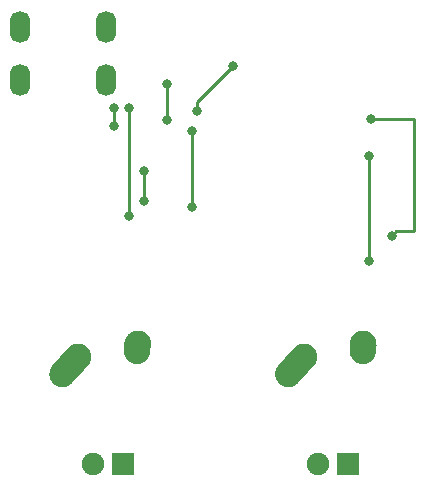
<source format=gtl>
%TF.GenerationSoftware,KiCad,Pcbnew,(5.1.8)-1*%
%TF.CreationDate,2020-12-12T02:16:41-05:00*%
%TF.ProjectId,experimental-pcb,65787065-7269-46d6-956e-74616c2d7063,rev?*%
%TF.SameCoordinates,Original*%
%TF.FileFunction,Copper,L1,Top*%
%TF.FilePolarity,Positive*%
%FSLAX46Y46*%
G04 Gerber Fmt 4.6, Leading zero omitted, Abs format (unit mm)*
G04 Created by KiCad (PCBNEW (5.1.8)-1) date 2020-12-12 02:16:41*
%MOMM*%
%LPD*%
G01*
G04 APERTURE LIST*
%TA.AperFunction,ComponentPad*%
%ADD10O,1.700000X2.700000*%
%TD*%
%TA.AperFunction,ComponentPad*%
%ADD11R,1.905000X1.905000*%
%TD*%
%TA.AperFunction,ComponentPad*%
%ADD12C,1.905000*%
%TD*%
%TA.AperFunction,ComponentPad*%
%ADD13C,2.250000*%
%TD*%
%TA.AperFunction,ViaPad*%
%ADD14C,0.800000*%
%TD*%
%TA.AperFunction,Conductor*%
%ADD15C,0.250000*%
%TD*%
G04 APERTURE END LIST*
D10*
%TO.P,USB1,6*%
%TO.N,Net-(USB1-Pad6)*%
X116492000Y-15748000D03*
X123792000Y-15748000D03*
X123792000Y-20248000D03*
X116492000Y-20248000D03*
%TD*%
D11*
%TO.P,MX2,4*%
%TO.N,N/C*%
X144272000Y-52736000D03*
D12*
%TO.P,MX2,3*%
X141732000Y-52736000D03*
D13*
%TO.P,MX2,1*%
%TO.N,COL1*%
X140502000Y-43656000D03*
%TA.AperFunction,ComponentPad*%
G36*
G01*
X138440688Y-45953350D02*
X138440683Y-45953345D01*
G75*
G02*
X138354655Y-44364683I751317J837345D01*
G01*
X139664657Y-42904683D01*
G75*
G02*
X141253319Y-42818655I837345J-751317D01*
G01*
X141253319Y-42818655D01*
G75*
G02*
X141339347Y-44407317I-751317J-837345D01*
G01*
X140029345Y-45867317D01*
G75*
G02*
X138440683Y-45953345I-837345J751317D01*
G01*
G37*
%TD.AperFunction*%
%TO.P,MX2,2*%
%TO.N,Net-(D2-Pad2)*%
X145542000Y-42576000D03*
%TA.AperFunction,ComponentPad*%
G36*
G01*
X145425483Y-44278395D02*
X145424597Y-44278334D01*
G75*
G02*
X144379666Y-43078597I77403J1122334D01*
G01*
X144419666Y-42498597D01*
G75*
G02*
X145619403Y-41453666I1122334J-77403D01*
G01*
X145619403Y-41453666D01*
G75*
G02*
X146664334Y-42653403I-77403J-1122334D01*
G01*
X146624334Y-43233403D01*
G75*
G02*
X145424597Y-44278334I-1122334J77403D01*
G01*
G37*
%TD.AperFunction*%
%TD*%
D11*
%TO.P,MX1,4*%
%TO.N,N/C*%
X125155000Y-52736000D03*
D12*
%TO.P,MX1,3*%
X122615000Y-52736000D03*
D13*
%TO.P,MX1,1*%
%TO.N,COL0*%
X121385000Y-43656000D03*
%TA.AperFunction,ComponentPad*%
G36*
G01*
X119323688Y-45953350D02*
X119323683Y-45953345D01*
G75*
G02*
X119237655Y-44364683I751317J837345D01*
G01*
X120547657Y-42904683D01*
G75*
G02*
X122136319Y-42818655I837345J-751317D01*
G01*
X122136319Y-42818655D01*
G75*
G02*
X122222347Y-44407317I-751317J-837345D01*
G01*
X120912345Y-45867317D01*
G75*
G02*
X119323683Y-45953345I-837345J751317D01*
G01*
G37*
%TD.AperFunction*%
%TO.P,MX1,2*%
%TO.N,Net-(D1-Pad2)*%
X126425000Y-42576000D03*
%TA.AperFunction,ComponentPad*%
G36*
G01*
X126308483Y-44278395D02*
X126307597Y-44278334D01*
G75*
G02*
X125262666Y-43078597I77403J1122334D01*
G01*
X125302666Y-42498597D01*
G75*
G02*
X126502403Y-41453666I1122334J-77403D01*
G01*
X126502403Y-41453666D01*
G75*
G02*
X127547334Y-42653403I-77403J-1122334D01*
G01*
X127507334Y-43233403D01*
G75*
G02*
X126307597Y-44278334I-1122334J77403D01*
G01*
G37*
%TD.AperFunction*%
%TD*%
D14*
%TO.N,+5V*%
X128905000Y-23622000D03*
X128905000Y-20574000D03*
X131064000Y-30988000D03*
X131064000Y-24511000D03*
X124460000Y-24130000D03*
X124460000Y-22548999D03*
%TO.N,GND*%
X131445000Y-22860000D03*
X134493000Y-19042999D03*
X127000000Y-30480000D03*
X127000000Y-27940000D03*
X146177000Y-23495000D03*
X147955000Y-33401000D03*
%TO.N,Net-(R3-Pad2)*%
X125730000Y-31750000D03*
X125730000Y-22548999D03*
%TO.N,COL0*%
X146050000Y-35560000D03*
X146045347Y-26674653D03*
%TD*%
D15*
%TO.N,+5V*%
X128905000Y-23622000D02*
X128905000Y-20574000D01*
X131064000Y-30988000D02*
X131064000Y-24511000D01*
X124460000Y-24130000D02*
X124460000Y-22548999D01*
%TO.N,GND*%
X131445000Y-22090999D02*
X134493000Y-19042999D01*
X131445000Y-22860000D02*
X131445000Y-22090999D01*
X127000000Y-30480000D02*
X127000000Y-27940000D01*
X146177000Y-23495000D02*
X149860000Y-23495000D01*
X149860000Y-23495000D02*
X149860000Y-33020000D01*
X149860000Y-33020000D02*
X148336000Y-33020000D01*
X148336000Y-33020000D02*
X147955000Y-33401000D01*
%TO.N,Net-(R3-Pad2)*%
X125730000Y-31750000D02*
X125730000Y-22548999D01*
%TO.N,COL0*%
X146050000Y-26679306D02*
X146045347Y-26674653D01*
X146050000Y-35560000D02*
X146050000Y-26679306D01*
%TD*%
M02*

</source>
